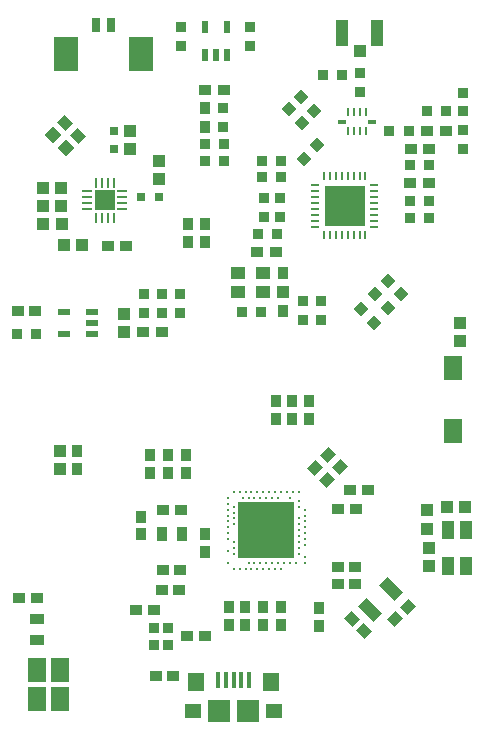
<source format=gtp>
G04 Layer_Color=8421504*
%FSLAX25Y25*%
%MOIN*%
G70*
G01*
G75*
%ADD10R,0.04134X0.03543*%
%ADD11R,0.03740X0.03937*%
%ADD12R,0.03937X0.03937*%
%ADD13R,0.06299X0.07874*%
%ADD14R,0.03740X0.03543*%
%ADD15R,0.03937X0.04134*%
%ADD16R,0.03543X0.04134*%
%ADD17R,0.04331X0.05905*%
%ADD18R,0.03150X0.01181*%
%ADD19R,0.00984X0.03150*%
%ADD20R,0.01575X0.05315*%
%ADD21R,0.05512X0.06299*%
%ADD22R,0.05709X0.05118*%
%ADD23R,0.07480X0.07480*%
%ADD24R,0.03150X0.03150*%
G04:AMPARAMS|DCode=25|XSize=35.43mil|YSize=41.34mil|CornerRadius=0mil|HoleSize=0mil|Usage=FLASHONLY|Rotation=315.000|XOffset=0mil|YOffset=0mil|HoleType=Round|Shape=Rectangle|*
%AMROTATEDRECTD25*
4,1,4,-0.02714,-0.00209,0.00209,0.02714,0.02714,0.00209,-0.00209,-0.02714,-0.02714,-0.00209,0.0*
%
%ADD25ROTATEDRECTD25*%

%ADD26R,0.03937X0.03740*%
%ADD27R,0.13386X0.13583*%
%ADD28O,0.03150X0.00787*%
%ADD29O,0.00787X0.03150*%
%ADD30R,0.04134X0.08661*%
%ADD31R,0.03937X0.03937*%
%ADD32R,0.02362X0.04331*%
%ADD33R,0.03543X0.03740*%
%ADD34R,0.04134X0.03937*%
G04:AMPARAMS|DCode=35|XSize=35.43mil|YSize=37.4mil|CornerRadius=0mil|HoleSize=0mil|Usage=FLASHONLY|Rotation=225.000|XOffset=0mil|YOffset=0mil|HoleType=Round|Shape=Rectangle|*
%AMROTATEDRECTD35*
4,1,4,-0.00070,0.02575,0.02575,-0.00070,0.00070,-0.02575,-0.02575,0.00070,-0.00070,0.02575,0.0*
%
%ADD35ROTATEDRECTD35*%

G04:AMPARAMS|DCode=36|XSize=35.43mil|YSize=37.4mil|CornerRadius=0mil|HoleSize=0mil|Usage=FLASHONLY|Rotation=315.000|XOffset=0mil|YOffset=0mil|HoleType=Round|Shape=Rectangle|*
%AMROTATEDRECTD36*
4,1,4,-0.02575,-0.00070,0.00070,0.02575,0.02575,0.00070,-0.00070,-0.02575,-0.02575,-0.00070,0.0*
%
%ADD36ROTATEDRECTD36*%

%ADD37R,0.03661X0.04921*%
%ADD38R,0.03347X0.03740*%
G04:AMPARAMS|DCode=39|XSize=39.37mil|YSize=70.87mil|CornerRadius=0mil|HoleSize=0mil|Usage=FLASHONLY|Rotation=45.000|XOffset=0mil|YOffset=0mil|HoleType=Round|Shape=Rectangle|*
%AMROTATEDRECTD39*
4,1,4,0.01114,-0.03897,-0.03897,0.01114,-0.01114,0.03897,0.03897,-0.01114,0.01114,-0.03897,0.0*
%
%ADD39ROTATEDRECTD39*%

G04:AMPARAMS|DCode=40|XSize=35.43mil|YSize=41.34mil|CornerRadius=0mil|HoleSize=0mil|Usage=FLASHONLY|Rotation=225.000|XOffset=0mil|YOffset=0mil|HoleType=Round|Shape=Rectangle|*
%AMROTATEDRECTD40*
4,1,4,-0.00209,0.02714,0.02714,-0.00209,0.00209,-0.02714,-0.02714,0.00209,-0.00209,0.02714,0.0*
%
%ADD40ROTATEDRECTD40*%

%ADD41R,0.04921X0.03661*%
%ADD42R,0.05118X0.04331*%
%ADD43R,0.03150X0.05118*%
%ADD44R,0.08268X0.11811*%
G04:AMPARAMS|DCode=45|XSize=39.37mil|YSize=41.34mil|CornerRadius=0mil|HoleSize=0mil|Usage=FLASHONLY|Rotation=225.000|XOffset=0mil|YOffset=0mil|HoleType=Round|Shape=Rectangle|*
%AMROTATEDRECTD45*
4,1,4,-0.00070,0.02854,0.02854,-0.00070,0.00070,-0.02854,-0.02854,0.00070,-0.00070,0.02854,0.0*
%
%ADD45ROTATEDRECTD45*%

%ADD46R,0.03150X0.03150*%
%ADD47R,0.06063X0.08031*%
%ADD48R,0.03583X0.03780*%
%ADD49R,0.19095X0.19095*%
%ADD51R,0.04331X0.02362*%
%ADD52R,0.00787X0.03347*%
%ADD53R,0.03347X0.00787*%
%ADD54R,0.06614X0.06614*%
%ADD91C,0.01181*%
D10*
X18425Y51044D02*
D03*
X24330D02*
D03*
X155003Y200650D02*
D03*
X149097D02*
D03*
X130622Y61231D02*
D03*
X124717D02*
D03*
X130830Y80524D02*
D03*
X124924D02*
D03*
X134829Y87024D02*
D03*
X128924D02*
D03*
X64047Y25000D02*
D03*
X69953D02*
D03*
X66470Y80150D02*
D03*
X72376D02*
D03*
X71953Y53569D02*
D03*
X66047D02*
D03*
X63503Y46859D02*
D03*
X57597D02*
D03*
X74597Y38150D02*
D03*
X80503D02*
D03*
X130622Y55574D02*
D03*
X124717D02*
D03*
X72281Y60278D02*
D03*
X66375D02*
D03*
X54003Y168150D02*
D03*
X48097D02*
D03*
X23953Y146500D02*
D03*
X18047D02*
D03*
D11*
X106550Y159299D02*
D03*
X106550Y146701D02*
D03*
X80550Y208000D02*
D03*
X80550Y214300D02*
D03*
D12*
X106550Y153000D02*
D03*
D13*
X163050Y127780D02*
D03*
Y106520D02*
D03*
D14*
X99220Y146130D02*
D03*
X92921D02*
D03*
X99400Y191150D02*
D03*
X105700D02*
D03*
X104349Y172150D02*
D03*
X98050D02*
D03*
X148900Y183150D02*
D03*
X155200D02*
D03*
X148900Y177650D02*
D03*
X155200D02*
D03*
X148900Y195150D02*
D03*
X155200D02*
D03*
X160700Y213150D02*
D03*
X154400D02*
D03*
X119900Y225150D02*
D03*
X126200D02*
D03*
X99400Y196650D02*
D03*
X105700D02*
D03*
X86700D02*
D03*
X80400Y196650D02*
D03*
X86700Y202150D02*
D03*
X80400Y202150D02*
D03*
X17850Y139000D02*
D03*
X24150D02*
D03*
D15*
X32000Y93949D02*
D03*
Y100051D02*
D03*
X155050Y61599D02*
D03*
Y67701D02*
D03*
X154550Y80201D02*
D03*
Y74099D02*
D03*
X165550Y136599D02*
D03*
Y142701D02*
D03*
X65050Y196701D02*
D03*
Y190599D02*
D03*
X55550Y200497D02*
D03*
Y206599D02*
D03*
X53550Y139599D02*
D03*
Y145701D02*
D03*
D16*
X37950Y93897D02*
D03*
Y99803D02*
D03*
X80439Y175628D02*
D03*
Y169722D02*
D03*
X74964Y175689D02*
D03*
X74964Y169783D02*
D03*
X74050Y92697D02*
D03*
X74050Y98603D02*
D03*
X68050Y92697D02*
D03*
Y98603D02*
D03*
X62050Y92697D02*
D03*
Y98603D02*
D03*
X80310Y66277D02*
D03*
Y72183D02*
D03*
X118377Y41721D02*
D03*
Y47627D02*
D03*
X105877Y42071D02*
D03*
Y47977D02*
D03*
X99877Y42071D02*
D03*
Y47977D02*
D03*
X93877Y42071D02*
D03*
Y47977D02*
D03*
X88377Y42071D02*
D03*
Y47977D02*
D03*
X115050Y116603D02*
D03*
Y110697D02*
D03*
X109550Y116603D02*
D03*
Y110697D02*
D03*
X104050Y116603D02*
D03*
Y110697D02*
D03*
X59265Y78103D02*
D03*
Y72197D02*
D03*
D17*
X161597Y73555D02*
D03*
X167503Y73555D02*
D03*
Y61744D02*
D03*
X161597D02*
D03*
D18*
X135971Y209650D02*
D03*
X126129D02*
D03*
D19*
X134003Y212800D02*
D03*
X132034D02*
D03*
X130066D02*
D03*
X128097D02*
D03*
X134003Y206500D02*
D03*
X132034D02*
D03*
X130066D02*
D03*
X128097D02*
D03*
D20*
X95118Y23766D02*
D03*
X92559D02*
D03*
X90000D02*
D03*
X87441D02*
D03*
X84882D02*
D03*
D21*
X102598Y22880D02*
D03*
X77402D02*
D03*
D22*
X76516Y13234D02*
D03*
X103484D02*
D03*
D23*
X85276D02*
D03*
X94724D02*
D03*
D24*
X50050Y206548D02*
D03*
X50050Y200642D02*
D03*
D25*
X121465Y98612D02*
D03*
X117289Y94436D02*
D03*
X125465Y94612D02*
D03*
X121289Y90436D02*
D03*
X143912Y43912D02*
D03*
X148088Y48088D02*
D03*
D26*
X97900Y166150D02*
D03*
X104200D02*
D03*
X155200Y189150D02*
D03*
X148900D02*
D03*
X160700Y206650D02*
D03*
X154400D02*
D03*
X86700Y220150D02*
D03*
X80400D02*
D03*
X66200Y139650D02*
D03*
X59900D02*
D03*
D27*
X127050Y181650D02*
D03*
D28*
X117208Y174760D02*
D03*
Y176729D02*
D03*
Y178697D02*
D03*
Y180666D02*
D03*
Y182634D02*
D03*
Y184603D02*
D03*
Y186571D02*
D03*
Y188540D02*
D03*
X136892D02*
D03*
Y186571D02*
D03*
Y184603D02*
D03*
Y182634D02*
D03*
Y180666D02*
D03*
Y178697D02*
D03*
Y176729D02*
D03*
Y174760D02*
D03*
D29*
X120160Y191492D02*
D03*
X122129D02*
D03*
X124097D02*
D03*
X126066D02*
D03*
X128034D02*
D03*
X130003D02*
D03*
X131971D02*
D03*
X133940D02*
D03*
Y171808D02*
D03*
X131971D02*
D03*
X130003D02*
D03*
X128034D02*
D03*
X126066D02*
D03*
X124097D02*
D03*
X122129D02*
D03*
X120160D02*
D03*
D30*
X137857Y239288D02*
D03*
X126243D02*
D03*
D31*
X132050Y233383D02*
D03*
D32*
X80310Y231926D02*
D03*
X84050Y231926D02*
D03*
X87790D02*
D03*
Y241374D02*
D03*
X80310D02*
D03*
D33*
X72550Y235000D02*
D03*
Y241300D02*
D03*
X113050Y143500D02*
D03*
Y149800D02*
D03*
X119050Y143500D02*
D03*
Y149800D02*
D03*
X100050Y184300D02*
D03*
Y178000D02*
D03*
X105550Y184300D02*
D03*
Y178000D02*
D03*
X166550Y200500D02*
D03*
Y206800D02*
D03*
X166550Y219449D02*
D03*
X166550Y213150D02*
D03*
X86550Y208000D02*
D03*
Y214300D02*
D03*
X132050Y219500D02*
D03*
Y225800D02*
D03*
X60050Y152300D02*
D03*
Y146000D02*
D03*
X66050Y152300D02*
D03*
Y146000D02*
D03*
X72050Y152300D02*
D03*
Y146000D02*
D03*
X95550Y241300D02*
D03*
Y235000D02*
D03*
D34*
X160999Y81150D02*
D03*
X167101D02*
D03*
X32652Y175548D02*
D03*
X26550D02*
D03*
X32601Y181650D02*
D03*
X26499D02*
D03*
X32601Y187650D02*
D03*
X26499D02*
D03*
X39601Y168650D02*
D03*
X33499D02*
D03*
D35*
X136925Y142722D02*
D03*
X132470Y147177D02*
D03*
X145924Y152223D02*
D03*
X141470Y156677D02*
D03*
X116777Y213423D02*
D03*
X112323Y217877D02*
D03*
X108323Y213877D02*
D03*
X112777Y209423D02*
D03*
X141425Y147722D02*
D03*
X136970Y152177D02*
D03*
D36*
X117777Y201877D02*
D03*
X113323Y197423D02*
D03*
D37*
X66132Y72183D02*
D03*
X72904D02*
D03*
D38*
X68141Y35125D02*
D03*
X63613Y35125D02*
D03*
Y40834D02*
D03*
X68141D02*
D03*
D39*
X142357Y54004D02*
D03*
X135397Y47044D02*
D03*
D40*
X133588Y39912D02*
D03*
X129412Y44088D02*
D03*
X33962Y209238D02*
D03*
X38138Y205062D02*
D03*
D41*
X24338Y43886D02*
D03*
Y37114D02*
D03*
D42*
X91416Y152902D02*
D03*
X99684D02*
D03*
Y159398D02*
D03*
X91416D02*
D03*
D43*
X44089Y241796D02*
D03*
X49011Y241796D02*
D03*
D44*
X59050Y232150D02*
D03*
X34050Y232150D02*
D03*
D45*
X29893Y205308D02*
D03*
X34207Y200992D02*
D03*
D46*
X65050Y184548D02*
D03*
X59145D02*
D03*
D47*
X24402Y27000D02*
D03*
X32000Y27000D02*
D03*
X24402Y17394D02*
D03*
X32000D02*
D03*
D48*
X148377Y206650D02*
D03*
X141723D02*
D03*
D49*
X100877Y73524D02*
D03*
D51*
X42774Y138910D02*
D03*
Y142650D02*
D03*
Y146390D02*
D03*
X33326D02*
D03*
Y138910D02*
D03*
D52*
X44097Y177780D02*
D03*
X46066D02*
D03*
X48034D02*
D03*
X50003D02*
D03*
Y189315D02*
D03*
X48034D02*
D03*
X46066D02*
D03*
X44097D02*
D03*
D53*
X52818Y180595D02*
D03*
Y182563D02*
D03*
Y184532D02*
D03*
Y186500D02*
D03*
X41282D02*
D03*
Y184532D02*
D03*
Y182563D02*
D03*
Y180595D02*
D03*
D54*
X47050Y183548D02*
D03*
D91*
X90050Y86319D02*
D03*
X92019D02*
D03*
X93987D02*
D03*
X95955D02*
D03*
X97924D02*
D03*
X99892D02*
D03*
X101861D02*
D03*
X103830D02*
D03*
X105798D02*
D03*
X111704D02*
D03*
X88082Y84351D02*
D03*
X93003D02*
D03*
X94971D02*
D03*
X96940D02*
D03*
X98908D02*
D03*
X100877D02*
D03*
X102845D02*
D03*
X104814D02*
D03*
X108751D02*
D03*
X111704Y83367D02*
D03*
X88082Y82382D02*
D03*
X90050Y81398D02*
D03*
X111704D02*
D03*
X88082Y80414D02*
D03*
X113672D02*
D03*
X90050Y79430D02*
D03*
X88082Y78445D02*
D03*
X113672D02*
D03*
X90050Y77461D02*
D03*
X111704D02*
D03*
X88082Y76477D02*
D03*
X113672D02*
D03*
X90050Y75493D02*
D03*
X111704D02*
D03*
X88082Y74508D02*
D03*
X113672D02*
D03*
X111704Y73524D02*
D03*
X88082Y72540D02*
D03*
X113672D02*
D03*
X111704Y71556D02*
D03*
X88082Y70571D02*
D03*
X113672D02*
D03*
X90050Y69587D02*
D03*
X111704D02*
D03*
X113672Y68603D02*
D03*
X90050Y67619D02*
D03*
X111704D02*
D03*
X88082Y66634D02*
D03*
X111704Y65650D02*
D03*
X113672Y64666D02*
D03*
X90050Y65650D02*
D03*
X88082Y62697D02*
D03*
X94971D02*
D03*
X96940D02*
D03*
X98908D02*
D03*
X100877D02*
D03*
X102845D02*
D03*
X104814D02*
D03*
X106782D02*
D03*
X108751D02*
D03*
X110719D02*
D03*
X113672D02*
D03*
X90050Y60729D02*
D03*
X93987D02*
D03*
X95955D02*
D03*
X97924D02*
D03*
X99892D02*
D03*
X101861D02*
D03*
X103830D02*
D03*
X105798D02*
D03*
X92019D02*
D03*
X109735Y86319D02*
D03*
X107766D02*
D03*
M02*

</source>
